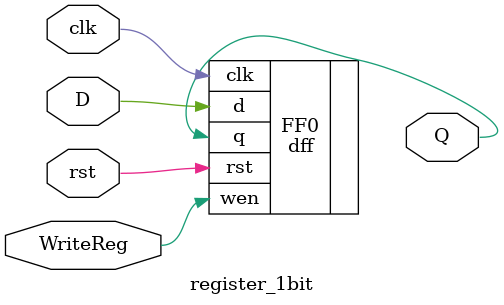
<source format=v>
module register_16bit(clk, rst, D, WriteReg, Q);

input clk, rst, WriteReg;
input [15:0] D;

output [15:0] Q;

// Instantiate FFs for the register
dff FF0(.q(Q[0]), .d(D[0]), .wen(WriteReg), .clk(clk), .rst(rst));
dff FF1(.q(Q[1]), .d(D[1]), .wen(WriteReg), .clk(clk), .rst(rst));
dff FF2(.q(Q[2]), .d(D[2]), .wen(WriteReg), .clk(clk), .rst(rst));
dff FF3(.q(Q[3]), .d(D[3]), .wen(WriteReg), .clk(clk), .rst(rst));
dff FF4(.q(Q[4]), .d(D[4]), .wen(WriteReg), .clk(clk), .rst(rst));
dff FF5(.q(Q[5]), .d(D[5]), .wen(WriteReg), .clk(clk), .rst(rst));
dff FF6(.q(Q[6]), .d(D[6]), .wen(WriteReg), .clk(clk), .rst(rst));
dff FF7(.q(Q[7]), .d(D[7]), .wen(WriteReg), .clk(clk), .rst(rst));
dff FF8(.q(Q[8]), .d(D[8]), .wen(WriteReg), .clk(clk), .rst(rst));
dff FF9(.q(Q[9]), .d(D[9]), .wen(WriteReg), .clk(clk), .rst(rst));
dff FF10(.q(Q[10]), .d(D[10]), .wen(WriteReg), .clk(clk), .rst(rst));
dff FF11(.q(Q[11]), .d(D[11]), .wen(WriteReg), .clk(clk), .rst(rst));
dff FF12(.q(Q[12]), .d(D[12]), .wen(WriteReg), .clk(clk), .rst(rst));
dff FF13(.q(Q[13]), .d(D[13]), .wen(WriteReg), .clk(clk), .rst(rst));
dff FF14(.q(Q[14]), .d(D[14]), .wen(WriteReg), .clk(clk), .rst(rst));
dff FF15(.q(Q[15]), .d(D[15]), .wen(WriteReg), .clk(clk), .rst(rst));

endmodule

//////////////////////////////////////////////////////////////////////////////////////////////

module register_8bit(clk, rst, D, WriteReg, Q);

input clk, rst, WriteReg;
input [7:0] D;

output [7:0] Q;

// Instantiate FFs for the register
dff FF0(.q(Q[0]), .d(D[0]), .wen(WriteReg), .clk(clk), .rst(rst));
dff FF1(.q(Q[1]), .d(D[1]), .wen(WriteReg), .clk(clk), .rst(rst));
dff FF2(.q(Q[2]), .d(D[2]), .wen(WriteReg), .clk(clk), .rst(rst));
dff FF3(.q(Q[3]), .d(D[3]), .wen(WriteReg), .clk(clk), .rst(rst));
dff FF4(.q(Q[4]), .d(D[4]), .wen(WriteReg), .clk(clk), .rst(rst));
dff FF5(.q(Q[5]), .d(D[5]), .wen(WriteReg), .clk(clk), .rst(rst));
dff FF6(.q(Q[6]), .d(D[6]), .wen(WriteReg), .clk(clk), .rst(rst));
dff FF7(.q(Q[7]), .d(D[7]), .wen(WriteReg), .clk(clk), .rst(rst));

endmodule

//////////////////////////////////////////////////////////////////////////////////////////////

module register_5bit(clk, rst, D, WriteReg, Q);

input clk, rst, WriteReg;
input [4:0] D;

output [4:0] Q;

// Instantiate FFs for the register
dff FF0(.q(Q[0]), .d(D[0]), .wen(WriteReg), .clk(clk), .rst(rst));
dff FF1(.q(Q[1]), .d(D[1]), .wen(WriteReg), .clk(clk), .rst(rst));
dff FF2(.q(Q[2]), .d(D[2]), .wen(WriteReg), .clk(clk), .rst(rst));
dff FF3(.q(Q[3]), .d(D[3]), .wen(WriteReg), .clk(clk), .rst(rst));
dff FF4(.q(Q[4]), .d(D[4]), .wen(WriteReg), .clk(clk), .rst(rst));

endmodule

//////////////////////////////////////////////////////////////////////////////////////////////

module register_4bit(clk, rst, D, WriteReg, Q);

input clk, rst, WriteReg;
input [3:0] D;

output [3:0] Q;

// Instantiate FFs for the register
dff FF0(.q(Q[0]), .d(D[0]), .wen(WriteReg), .clk(clk), .rst(rst));
dff FF1(.q(Q[1]), .d(D[1]), .wen(WriteReg), .clk(clk), .rst(rst));
dff FF2(.q(Q[2]), .d(D[2]), .wen(WriteReg), .clk(clk), .rst(rst));
dff FF3(.q(Q[3]), .d(D[3]), .wen(WriteReg), .clk(clk), .rst(rst));

endmodule

//////////////////////////////////////////////////////////////////////////////////////////////

module register_1bit(clk, rst, D, WriteReg, Q);

input clk, rst, WriteReg;
input D;

output Q;

// Instantiate FFs for the register
dff FF0(.q(Q), .d(D), .wen(WriteReg), .clk(clk), .rst(rst));

endmodule


</source>
